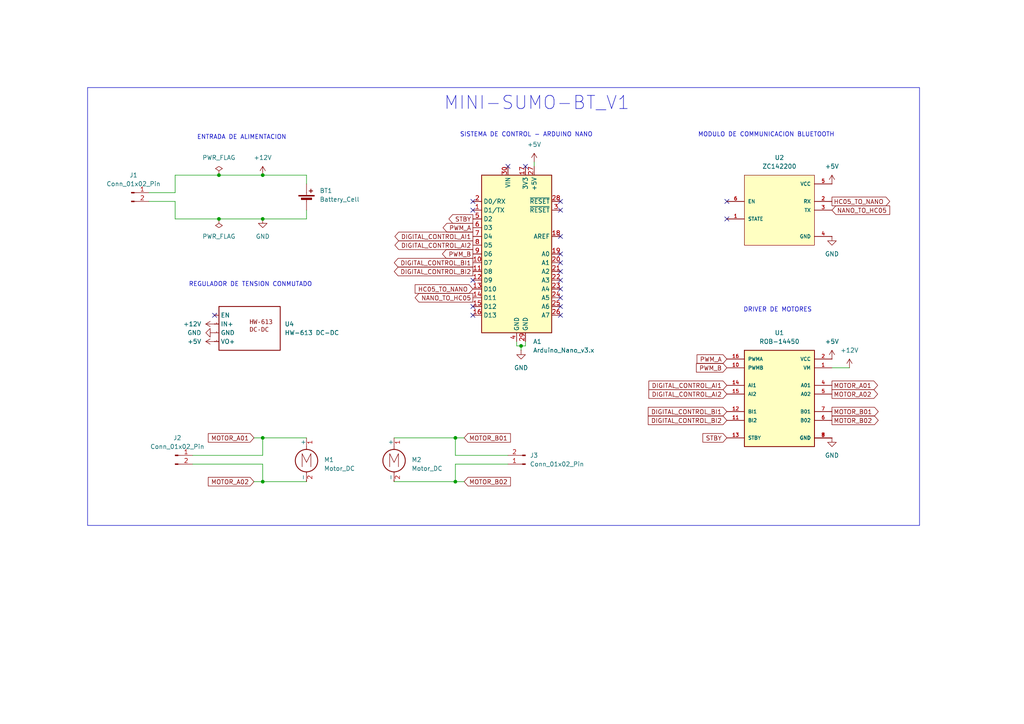
<source format=kicad_sch>
(kicad_sch (version 20231120) (generator "eeschema") (generator_version "8.0")
  (paper "A4")
  (title_block (title "Mini-Sumo") (date "2025-01-24") (rev "Misael Prada") (company "Misael Fernandez Prada") (comment 4 "ThMrCode"))
  (lib_symbols
    (symbol "Connector:Conn_01x02_Pin" (pin_names (offset 1.016) hide)
      (property "Reference" "J" (at 0 2.54 0))
      (property "Value" "Conn_01x02_Pin" (at 0 -5.08 0))
      (symbol "Conn_01x02_Pin_1_1"
        (polyline (pts (xy 1.27 -2.54) (xy 0.8636 -2.54)) (stroke (width 0.1524)))
        (polyline (pts (xy 1.27 0) (xy 0.8636 0)) (stroke (width 0.1524)))
        (rectangle (start 0.8636 -2.413) (end 0 -2.667) (stroke (width 0.1524)) (fill (type outline)))
        (rectangle (start 0.8636 0.127) (end 0 -0.127) (stroke (width 0.1524)) (fill (type outline)))
        (pin passive line (at 5.08 0 180) (length 3.81) (name "Pin_1") (number "1"))
        (pin passive line (at 5.08 -2.54 180) (length 3.81) (name "Pin_2") (number "2"))
      )
    )
    (symbol "Device:Battery_Cell" (pin_numbers hide) (pin_names (offset 0) hide)
      (property "Reference" "BT" (at 2.54 2.54 0))
      (property "Value" "Battery_Cell" (at 2.54 0 0))
      (symbol "Battery_Cell_0_1"
        (rectangle (start -2.286 1.778) (end 2.286 1.524) (fill (type outline)))
        (rectangle (start -1.524 1.016) (end 1.524 0.508) (fill (type outline)))
        (polyline (pts (xy 0 0.762) (xy 0 0)))
        (polyline (pts (xy 0 1.778) (xy 0 2.54)))
        (polyline (pts (xy 0.762 3.048) (xy 1.778 3.048)) (stroke (width 0.254)))
        (polyline (pts (xy 1.27 3.556) (xy 1.27 2.54)) (stroke (width 0.254)))
      )
      (symbol "Battery_Cell_1_1"
        (pin passive line (at 0 5.08 270) (length 2.54) (name "+") (number "1"))
        (pin passive line (at 0 -2.54 90) (length 2.54) (name "-") (number "2"))
      )
    )
    (symbol "HW-613 DC-DC_1"
      (property "Reference" "U?" (at 7.874 16.51 0))
      (property "Value" "HW-613 DC-DC" (at 7.366 14.224 0))
      (symbol "HW-613 DC-DC_1_0_0"
        (rectangle (start -1.27 12.7) (end 16.51 0) (stroke (width 0.254)))
        (text "HW-613\nDC-DC" (at 7.62 8.9408 0) (effects (font (size 1.3208 1.3208)) (justify left top)))
      )
      (symbol "HW-613 DC-DC_1_1_0"
        (pin passive line (at -2.54 10.16 0) (length 1.27) (name "EN") (number "1"))
        (pin power_in line (at -2.54 7.62 0) (length 1.27) (name "IN+") (number "2"))
        (pin power_in line (at -2.54 5.08 0) (length 1.27) (name "GND") (number "3"))
        (pin passive line (at -2.54 2.54 0) (length 1.27) (name "VO+") (number "4"))
      )
    )
    (symbol "MCU_Module:Arduino_Nano_v3.x"
      (property "Reference" "A" (at -10.16 23.495 0))
      (property "Value" "Arduino_Nano_v3.x" (at 5.08 -24.13 0))
      (symbol "Arduino_Nano_v3.x_0_1"
        (rectangle (start -10.16 22.86) (end 10.16 -22.86) (stroke (width 0.254)) (fill (type background)))
      )
      (symbol "Arduino_Nano_v3.x_1_1"
        (pin bidirectional line (at -12.7 12.7 0) (length 2.54) (name "D1/TX") (number "1"))
        (pin bidirectional line (at -12.7 -2.54 0) (length 2.54) (name "D7") (number "10"))
        (pin bidirectional line (at -12.7 -5.08 0) (length 2.54) (name "D8") (number "11"))
        (pin bidirectional line (at -12.7 -7.62 0) (length 2.54) (name "D9") (number "12"))
        (pin bidirectional line (at -12.7 -10.16 0) (length 2.54) (name "D10") (number "13"))
        (pin bidirectional line (at -12.7 -12.7 0) (length 2.54) (name "D11") (number "14"))
        (pin bidirectional line (at -12.7 -15.24 0) (length 2.54) (name "D12") (number "15"))
        (pin bidirectional line (at -12.7 -17.78 0) (length 2.54) (name "D13") (number "16"))
        (pin power_out line (at 2.54 25.4 270) (length 2.54) (name "3V3") (number "17"))
        (pin input line (at 12.7 5.08 180) (length 2.54) (name "AREF") (number "18"))
        (pin bidirectional line (at 12.7 0 180) (length 2.54) (name "A0") (number "19"))
        (pin bidirectional line (at -12.7 15.24 0) (length 2.54) (name "D0/RX") (number "2"))
        (pin bidirectional line (at 12.7 -2.54 180) (length 2.54) (name "A1") (number "20"))
        (pin bidirectional line (at 12.7 -5.08 180) (length 2.54) (name "A2") (number "21"))
        (pin bidirectional line (at 12.7 -7.62 180) (length 2.54) (name "A3") (number "22"))
        (pin bidirectional line (at 12.7 -10.16 180) (length 2.54) (name "A4") (number "23"))
        (pin bidirectional line (at 12.7 -12.7 180) (length 2.54) (name "A5") (number "24"))
        (pin bidirectional line (at 12.7 -15.24 180) (length 2.54) (name "A6") (number "25"))
        (pin bidirectional line (at 12.7 -17.78 180) (length 2.54) (name "A7") (number "26"))
        (pin power_out line (at 5.08 25.4 270) (length 2.54) (name "+5V") (number "27"))
        (pin input line (at 12.7 15.24 180) (length 2.54) (name "~{RESET}") (number "28"))
        (pin power_in line (at 2.54 -25.4 90) (length 2.54) (name "GND") (number "29"))
        (pin input line (at 12.7 12.7 180) (length 2.54) (name "~{RESET}") (number "3"))
        (pin power_in line (at -2.54 25.4 270) (length 2.54) (name "VIN") (number "30"))
        (pin power_in line (at 0 -25.4 90) (length 2.54) (name "GND") (number "4"))
        (pin bidirectional line (at -12.7 10.16 0) (length 2.54) (name "D2") (number "5"))
        (pin bidirectional line (at -12.7 7.62 0) (length 2.54) (name "D3") (number "6"))
        (pin bidirectional line (at -12.7 5.08 0) (length 2.54) (name "D4") (number "7"))
        (pin bidirectional line (at -12.7 2.54 0) (length 2.54) (name "D5") (number "8"))
        (pin bidirectional line (at -12.7 0 0) (length 2.54) (name "D6") (number "9"))
      )
    )
    (symbol "Mini-Sumo:ROB-14450" (pin_names (offset 1.016))
      (property "Reference" "U" (at -10.16 16.002 0))
      (property "Value" "ROB-14450" (at -10.16 -15.24 0))
      (symbol "ROB-14450_0_0"
        (rectangle (start -10.16 -12.7) (end 10.16 15.24) (stroke (width 0.254)) (fill (type background)))
        (pin power_in line (at 15.24 10.16 180) (length 5.08) (name "VM") (number "1"))
        (pin input line (at -15.24 10.16 0) (length 5.08) (name "PWMB") (number "10"))
        (pin input line (at -15.24 -5.08 0) (length 5.08) (name "BI2") (number "11"))
        (pin input line (at -15.24 -2.54 0) (length 5.08) (name "BI1") (number "12"))
        (pin input line (at -15.24 -10.16 0) (length 5.08) (name "STBY") (number "13"))
        (pin input line (at -15.24 5.08 0) (length 5.08) (name "AI1") (number "14"))
        (pin input line (at -15.24 2.54 0) (length 5.08) (name "AI2") (number "15"))
        (pin input line (at -15.24 12.7 0) (length 5.08) (name "PWMA") (number "16"))
        (pin power_in line (at 15.24 12.7 180) (length 5.08) (name "VCC") (number "2"))
        (pin power_in line (at 15.24 -10.16 180) (length 5.08) (name "GND") (number "3"))
        (pin output line (at 15.24 5.08 180) (length 5.08) (name "A01") (number "4"))
        (pin output line (at 15.24 2.54 180) (length 5.08) (name "A02") (number "5"))
        (pin output line (at 15.24 -5.08 180) (length 5.08) (name "B02") (number "6"))
        (pin output line (at 15.24 -2.54 180) (length 5.08) (name "B01") (number "7"))
        (pin power_in line (at 15.24 -10.16 180) (length 5.08) (name "GND") (number "8"))
        (pin power_in line (at 15.24 -10.16 180) (length 5.08) (name "GND") (number "9"))
      )
    )
    (symbol "Mini-Sumo:ZC142200" (pin_names (offset 1.016))
      (property "Reference" "U" (at -10.16 10.922 0))
      (property "Value" "ZC142200" (at -10.16 -12.7 0))
      (symbol "ZC142200_0_0"
        (rectangle (start -10.16 -10.16) (end 10.16 10.16) (stroke (width 0.1524)) (fill (type background)))
        (pin input line (at -15.24 -2.54 0) (length 5.08) (name "STATE") (number "1"))
        (pin input line (at 15.24 2.54 180) (length 5.08) (name "RX") (number "2"))
        (pin output line (at 15.24 0 180) (length 5.08) (name "TX") (number "3"))
        (pin power_in line (at 15.24 -7.62 180) (length 5.08) (name "GND") (number "4"))
        (pin power_in line (at 15.24 7.62 180) (length 5.08) (name "VCC") (number "5"))
        (pin input line (at -15.24 2.54 0) (length 5.08) (name "EN") (number "6"))
      )
    )
    (symbol "Motor:Motor_DC" (pin_names (offset 0))
      (property "Reference" "M" (at 2.54 2.54 0))
      (property "Value" "Motor_DC" (at 2.54 -5.08 0))
      (symbol "Motor_DC_0_0"
        (polyline (pts (xy -1.27 -3.302) (xy -1.27 0.508) (xy 0 -2.032) (xy 1.27 0.508) (xy 1.27 -3.302)))
      )
      (symbol "Motor_DC_0_1"
        (circle (center 0 -1.524) (radius 3.2512) (stroke (width 0.254)))
        (polyline (pts (xy 0 -7.62) (xy 0 -7.112)))
        (polyline (pts (xy 0 -4.7752) (xy 0 -5.1816)))
        (polyline (pts (xy 0 1.7272) (xy 0 2.0828)))
        (polyline (pts (xy 0 2.032) (xy 0 2.54)))
      )
      (symbol "Motor_DC_1_1"
        (pin passive line (at 0 5.08 270) (length 2.54) (name "+") (number "1"))
        (pin passive line (at 0 -7.62 90) (length 2.54) (name "-") (number "2"))
      )
    )
    (symbol "power:+12V" (power) (pin_numbers hide) (pin_names (offset 0) hide)
      (property "Value" "+12V" (at 0 3.556 0))
      (symbol "+12V_0_1"
        (polyline (pts (xy -0.762 1.27) (xy 0 2.54)))
        (polyline (pts (xy 0 0) (xy 0 2.54)))
        (polyline (pts (xy 0 2.54) (xy 0.762 1.27)))
      )
      (symbol "+12V_1_1"
        (pin power_in line (at 0 0 90) (length 0) (name "~") (number "1"))
      )
    )
    (symbol "power:+5V" (power) (pin_numbers hide) (pin_names (offset 0) hide)
      (property "Value" "+5V" (at 0 3.556 0))
      (symbol "+5V_0_1"
        (polyline (pts (xy -0.762 1.27) (xy 0 2.54)))
        (polyline (pts (xy 0 0) (xy 0 2.54)))
        (polyline (pts (xy 0 2.54) (xy 0.762 1.27)))
      )
      (symbol "+5V_1_1"
        (pin power_in line (at 0 0 90) (length 0) (name "~") (number "1"))
      )
    )
    (symbol "power:GND" (power) (pin_numbers hide) (pin_names (offset 0) hide)
      (property "Value" "GND" (at 0 -3.81 0))
      (symbol "GND_0_1"
        (polyline (pts (xy 0 0) (xy 0 -1.27) (xy 1.27 -1.27) (xy 0 -2.54) (xy -1.27 -1.27) (xy 0 -1.27)))
      )
      (symbol "GND_1_1"
        (pin power_in line (at 0 0 270) (length 0) (name "~") (number "1"))
      )
    )
    (symbol "power:PWR_FLAG" (power) (pin_numbers hide) (pin_names (offset 0) hide)
      (property "Value" "PWR_FLAG" (at 0 3.81 0))
      (symbol "PWR_FLAG_0_0"
        (pin power_out line (at 0 0 90) (length 0) (name "~") (number "1"))
      )
      (symbol "PWR_FLAG_0_1"
        (polyline (pts (xy 0 0) (xy 0 1.27) (xy -1.016 1.905) (xy 0 2.54) (xy 1.016 1.905) (xy 0 1.27)))
      )
    )
  )
  (junction (at 76.2 63.5))
  (junction (at 132.08 139.7))
  (junction (at 76.2 139.7))
  (junction (at 76.2 50.8))
  (junction (at 76.2 127))
  (junction (at 63.5 63.5))
  (junction (at 63.5 50.8))
  (junction (at 151.13 100.33))
  (junction (at 132.08 127))
  (no_connect (at 162.56 78.74))
  (no_connect (at 137.16 58.42))
  (no_connect (at 210.82 58.42))
  (no_connect (at 162.56 91.44))
  (no_connect (at 137.16 60.96))
  (no_connect (at 210.82 63.5))
  (no_connect (at 147.32 48.26))
  (no_connect (at 162.56 86.36))
  (no_connect (at 162.56 88.9))
  (no_connect (at 162.56 58.42))
  (no_connect (at 137.16 81.28))
  (no_connect (at 137.16 88.9))
  (no_connect (at 137.16 91.44))
  (no_connect (at 162.56 68.58))
  (no_connect (at 162.56 76.2))
  (no_connect (at 162.56 81.28))
  (no_connect (at 162.56 73.66))
  (no_connect (at 152.4 48.26))
  (no_connect (at 162.56 83.82))
  (no_connect (at 162.56 60.96))
  (no_connect (at 62.23 91.44))
  (wire (pts (xy 63.5 50.8) (xy 76.2 50.8)))
  (wire (pts (xy 88.9 53.34) (xy 88.9 50.8)))
  (wire (pts (xy 73.66 139.7) (xy 76.2 139.7)))
  (wire (pts (xy 55.88 132.08) (xy 76.2 132.08)))
  (wire (pts (xy 88.9 50.8) (xy 76.2 50.8)))
  (wire (pts (xy 152.4 100.33) (xy 152.4 99.06)))
  (wire (pts (xy 114.3 127) (xy 132.08 127)))
  (wire (pts (xy 73.66 127) (xy 76.2 127)))
  (wire (pts (xy 50.8 50.8) (xy 63.5 50.8)))
  (wire (pts (xy 50.8 63.5) (xy 63.5 63.5)))
  (wire (pts (xy 76.2 127) (xy 88.9 127)))
  (wire (pts (xy 63.5 63.5) (xy 76.2 63.5)))
  (wire (pts (xy 76.2 139.7) (xy 88.9 139.7)))
  (wire (pts (xy 43.18 55.88) (xy 50.8 55.88)))
  (wire (pts (xy 132.08 127) (xy 134.62 127)))
  (wire (pts (xy 147.32 132.08) (xy 132.08 132.08)))
  (wire (pts (xy 241.3 106.68) (xy 246.38 106.68)))
  (wire (pts (xy 149.86 100.33) (xy 149.86 99.06)))
  (wire (pts (xy 88.9 63.5) (xy 88.9 60.96)))
  (wire (pts (xy 76.2 127) (xy 76.2 132.08)))
  (wire (pts (xy 76.2 63.5) (xy 88.9 63.5)))
  (wire (pts (xy 151.13 101.6) (xy 151.13 100.33)))
  (wire (pts (xy 114.3 139.7) (xy 132.08 139.7)))
  (wire (pts (xy 132.08 139.7) (xy 134.62 139.7)))
  (wire (pts (xy 43.18 58.42) (xy 50.8 58.42)))
  (wire (pts (xy 55.88 134.62) (xy 76.2 134.62)))
  (wire (pts (xy 76.2 134.62) (xy 76.2 139.7)))
  (wire (pts (xy 50.8 58.42) (xy 50.8 63.5)))
  (wire (pts (xy 151.13 100.33) (xy 152.4 100.33)))
  (wire (pts (xy 132.08 134.62) (xy 132.08 139.7)))
  (wire (pts (xy 149.86 100.33) (xy 151.13 100.33)))
  (wire (pts (xy 154.94 46.99) (xy 154.94 48.26)))
  (wire (pts (xy 132.08 132.08) (xy 132.08 127)))
  (wire (pts (xy 147.32 134.62) (xy 132.08 134.62)))
  (wire (pts (xy 50.8 55.88) (xy 50.8 50.8)))
  (rectangle (start 25.4 25.4) (end 266.7 152.4))
  (text "MODULO DE COMMUNICACION BLUETOOTH" (at 222.25 39.116 0) (effects (font (size 1.27 1.27))))
  (text "DRIVER DE MOTORES" (at 225.552 89.916 0) (effects (font (size 1.27 1.27))))
  (text "MINI-SUMO-BT_V1" (at 155.702 29.972 0) (effects (font (size 3.81 3.81))))
  (text "REGULADOR DE TENSION CONMUTADO" (at 72.644 82.55 0) (effects (font (size 1.27 1.27))))
  (text "SISTEMA DE CONTROL - ARDUINO NANO" (at 152.654 39.116 0) (effects (font (size 1.27 1.27))))
  (text "ENTRADA DE ALIMENTACION" (at 70.104 39.878 0) (effects (font (size 1.27 1.27))))
  (global_label "DIGITAL_CONTROL_BI1" (shape output) (at 137.16 76.2 180) (property "Intersheetrefs" "${INTERSHEET_REFS}" (effects (hide yes))))
  (global_label "MOTOR_A01" (shape input) (at 73.66 127 180) (property "Intersheetrefs" "${INTERSHEET_REFS}" (effects (hide yes))))
  (global_label "MOTOR_B01" (shape input) (at 134.62 127 0) (property "Intersheetrefs" "${INTERSHEET_REFS}" (effects (hide yes))))
  (global_label "PWM_A" (shape input) (at 210.82 104.14 180) (property "Intersheetrefs" "${INTERSHEET_REFS}" (effects (hide yes))))
  (global_label "STBY" (shape input) (at 210.82 127 180) (property "Intersheetrefs" "${INTERSHEET_REFS}" (effects (hide yes))))
  (global_label "MOTOR_B01" (shape output) (at 241.3 119.38 0) (property "Intersheetrefs" "${INTERSHEET_REFS}" (effects (hide yes))))
  (global_label "DIGITAL_CONTROL_BI1" (shape input) (at 210.82 119.38 180) (property "Intersheetrefs" "${INTERSHEET_REFS}" (effects (hide yes))))
  (global_label "MOTOR_B02" (shape input) (at 134.62 139.7 0) (property "Intersheetrefs" "${INTERSHEET_REFS}" (effects (hide yes))))
  (global_label "MOTOR_B02" (shape output) (at 241.3 121.92 0) (property "Intersheetrefs" "${INTERSHEET_REFS}" (effects (hide yes))))
  (global_label "MOTOR_A02" (shape input) (at 73.66 139.7 180) (property "Intersheetrefs" "${INTERSHEET_REFS}" (effects (hide yes))))
  (global_label "PWM_B" (shape input) (at 210.82 106.68 180) (property "Intersheetrefs" "${INTERSHEET_REFS}" (effects (hide yes))))
  (global_label "NANO_TO_HC05" (shape input) (at 241.3 60.96 0) (property "Intersheetrefs" "${INTERSHEET_REFS}" (effects (hide yes))))
  (global_label "MOTOR_A01" (shape output) (at 241.3 111.76 0) (property "Intersheetrefs" "${INTERSHEET_REFS}" (effects (hide yes))))
  (global_label "MOTOR_A02" (shape output) (at 241.3 114.3 0) (property "Intersheetrefs" "${INTERSHEET_REFS}" (effects (hide yes))))
  (global_label "HC05_TO_NANO" (shape output) (at 241.3 58.42 0) (property "Intersheetrefs" "${INTERSHEET_REFS}" (effects (hide yes))))
  (global_label "DIGITAL_CONTROL_AI1" (shape output) (at 137.16 68.58 180) (property "Intersheetrefs" "${INTERSHEET_REFS}" (effects (hide yes))))
  (global_label "HC05_TO_NANO" (shape input) (at 137.16 83.82 180) (property "Intersheetrefs" "${INTERSHEET_REFS}" (effects (hide yes))))
  (global_label "STBY" (shape output) (at 137.16 63.5 180) (property "Intersheetrefs" "${INTERSHEET_REFS}" (effects (hide yes))))
  (global_label "DIGITAL_CONTROL_AI2" (shape output) (at 137.16 71.12 180) (property "Intersheetrefs" "${INTERSHEET_REFS}" (effects (hide yes))))
  (global_label "PWM_A" (shape output) (at 137.16 66.04 180) (property "Intersheetrefs" "${INTERSHEET_REFS}" (effects (hide yes))))
  (global_label "DIGITAL_CONTROL_AI1" (shape input) (at 210.82 111.76 180) (property "Intersheetrefs" "${INTERSHEET_REFS}" (effects (hide yes))))
  (global_label "NANO_TO_HC05" (shape output) (at 137.16 86.36 180) (property "Intersheetrefs" "${INTERSHEET_REFS}" (effects (hide yes))))
  (global_label "DIGITAL_CONTROL_AI2" (shape input) (at 210.82 114.3 180) (property "Intersheetrefs" "${INTERSHEET_REFS}" (effects (hide yes))))
  (global_label "DIGITAL_CONTROL_BI2" (shape output) (at 137.16 78.74 180) (property "Intersheetrefs" "${INTERSHEET_REFS}" (effects (hide yes))))
  (global_label "PWM_B" (shape output) (at 137.16 73.66 180) (property "Intersheetrefs" "${INTERSHEET_REFS}" (effects (hide yes))))
  (global_label "DIGITAL_CONTROL_BI2" (shape input) (at 210.82 121.92 180) (property "Intersheetrefs" "${INTERSHEET_REFS}" (effects (hide yes))))
  (symbol (lib_id "Connector:Conn_01x02_Pin") (at 152.4 134.62 180) (unit 1)
    (property "Reference" "J3" (at 153.67 132.0799 0) (effects (justify right)))
    (property "Value" "Conn_01x02_Pin" (at 153.67 134.6199 0) (effects (justify right)))
    (property "Footprint" "Connector_JST:JST_XH_B2B-XH-A_1x02_P2.50mm_Vertical" (effects (hide yes)))
    (property "Description" "Generic connector, single row, 01x02, script generated" (effects (hide yes)))
  )
  (symbol (lib_id "power:GND") (at 62.23 96.52 270) (unit 1)
    (property "Reference" "#PWR010" (effects (hide yes)))
    (property "Value" "GND" (at 58.42 96.5199 90) (effects (justify right)))
    (property "Description" "Power symbol creates a global label with name \"GND\" , ground" (effects (hide yes)))
  )
  (symbol (lib_name "HW-613 DC-DC_1") (lib_id "Mini-Sumo:HW-613 DC-DC") (at 64.77 101.6 0) (unit 1)
    (property "Reference" "U4" (at 82.55 93.9799 0) (effects (justify left)))
    (property "Value" "HW-613 DC-DC" (at 82.55 96.5199 0) (effects (justify left)))
    (property "Footprint" "Mini-Sumo:HW-613 DC-DC MODULE" (effects (hide yes)))
  )
  (symbol (lib_id "power:PWR_FLAG") (at 63.5 63.5 180) (unit 1)
    (property "Reference" "#FLG02" (effects (hide yes)))
    (property "Value" "PWR_FLAG" (at 63.5 68.58 0))
    (property "Description" "Special symbol for telling ERC where power comes from" (effects (hide yes)))
  )
  (symbol (lib_id "power:+12V") (at 246.38 106.68 0) (unit 1)
    (property "Reference" "#PWR05" (effects (hide yes)))
    (property "Value" "+12V" (at 246.38 101.6 0))
    (property "Description" "Power symbol creates a global label with name \"+12V\"" (effects (hide yes)))
  )
  (symbol (lib_id "Connector:Conn_01x02_Pin") (at 50.8 132.08 0) (unit 1)
    (property "Reference" "J2" (at 51.435 127 0))
    (property "Value" "Conn_01x02_Pin" (at 51.435 129.54 0))
    (property "Footprint" "Connector_JST:JST_XH_B2B-XH-A_1x02_P2.50mm_Vertical" (effects (hide yes)))
    (property "Description" "Generic connector, single row, 01x02, script generated" (effects (hide yes)))
  )
  (symbol (lib_id "Motor:Motor_DC") (at 114.3 132.08 0) (unit 1) (on_board no)
    (property "Reference" "M2" (at 119.38 133.3499 0) (effects (justify left)))
    (property "Value" "Motor_DC" (at 119.38 135.8899 0) (effects (justify left)))
    (property "Description" "DC Motor" (effects (hide yes)))
  )
  (symbol (lib_id "MCU_Module:Arduino_Nano_v3.x") (at 149.86 73.66 0) (unit 1)
    (property "Reference" "A1" (at 154.5941 99.06 0) (effects (justify left)))
    (property "Value" "Arduino_Nano_v3.x" (at 154.5941 101.6 0) (effects (justify left)))
    (property "Footprint" "Module:Arduino_Nano" (effects (hide yes)))
    (property "Datasheet" "http://www.mouser.com/pdfdocs/Gravitech_Arduino_Nano3_0.pdf" (effects (hide yes)))
    (property "Description" "Arduino Nano v3.x" (effects (hide yes)))
  )
  (symbol (lib_id "power:+5V") (at 241.3 104.14 0) (unit 1)
    (property "Reference" "#PWR04" (effects (hide yes)))
    (property "Value" "+5V" (at 241.3 99.06 0))
    (property "Description" "Power symbol creates a global label with name \"+5V\"" (effects (hide yes)))
  )
  (symbol (lib_id "Mini-Sumo:ZC142200") (at 226.06 60.96 0) (unit 1)
    (property "Reference" "U2" (at 226.06 45.72 0))
    (property "Value" "ZC142200" (at 226.06 48.26 0))
    (property "Footprint" "Mini-Sumo:MODULE_ZC142200" (effects (hide yes)))
    (property "MF" "YKS" (effects (hide yes)))
    (property "MAXIMUM_PACKAGE_HEIGHT" "37.5mm" (effects (hide yes)))
    (property "Package" "None" (effects (hide yes)))
    (property "Price" "None" (effects (hide yes)))
    (property "Check_prices" "https://www.snapeda.com/parts/ZC142200/YKS/view-part/?ref=eda" (effects (hide yes)))
    (property "STANDARD" "Manufacturer Recommendations" (effects (hide yes)))
    (property "PARTREV" "N/A" (effects (hide yes)))
    (property "SnapEDA_Link" "https://www.snapeda.com/parts/ZC142200/YKS/view-part/?ref=snap" (effects (hide yes)))
    (property "MP" "ZC142200" (effects (hide yes)))
    (property "Description_1" "\n                        \n                            1pc HC-05 6 Pin Wireless Bluetooth RF Transceiver Module Serial For Arduino\n                        \n" (effects (hide yes)))
    (property "Availability" "Not in stock" (effects (hide yes)))
    (property "MANUFACTURER" "YKS" (effects (hide yes)))
  )
  (symbol (lib_id "power:GND") (at 241.3 68.58 0) (unit 1)
    (property "Reference" "#PWR06" (effects (hide yes)))
    (property "Value" "GND" (at 241.3 73.66 0))
    (property "Description" "Power symbol creates a global label with name \"GND\" , ground" (effects (hide yes)))
  )
  (symbol (lib_id "power:+5V") (at 154.94 46.99 0) (unit 1)
    (property "Reference" "#PWR03" (effects (hide yes)))
    (property "Value" "+5V" (at 154.94 41.91 0))
    (property "Description" "Power symbol creates a global label with name \"+5V\"" (effects (hide yes)))
  )
  (symbol (lib_id "power:GND") (at 241.3 127 0) (unit 1)
    (property "Reference" "#PWR02" (effects (hide yes)))
    (property "Value" "GND" (at 241.3 132.08 0))
    (property "Description" "Power symbol creates a global label with name \"GND\" , ground" (effects (hide yes)))
  )
  (symbol (lib_id "power:+12V") (at 62.23 93.98 90) (unit 1)
    (property "Reference" "#PWR012" (effects (hide yes)))
    (property "Value" "+12V" (at 58.42 93.9799 90) (effects (justify left)))
    (property "Description" "Power symbol creates a global label with name \"+12V\"" (effects (hide yes)))
  )
  (symbol (lib_id "power:GND") (at 151.13 101.6 0) (unit 1)
    (property "Reference" "#PWR01" (effects (hide yes)))
    (property "Value" "GND" (at 151.13 106.68 0))
    (property "Description" "Power symbol creates a global label with name \"GND\" , ground" (effects (hide yes)))
  )
  (symbol (lib_id "power:+5V") (at 62.23 99.06 90) (unit 1)
    (property "Reference" "#PWR011" (effects (hide yes)))
    (property "Value" "+5V" (at 58.42 99.0599 90) (effects (justify left)))
    (property "Description" "Power symbol creates a global label with name \"+5V\"" (effects (hide yes)))
  )
  (symbol (lib_id "Connector:Conn_01x02_Pin") (at 38.1 55.88 0) (unit 1)
    (property "Reference" "J1" (at 38.735 50.8 0))
    (property "Value" "Conn_01x02_Pin" (at 38.735 53.34 0))
    (property "Footprint" "Connector_JST:JST_XH_B2B-XH-A_1x02_P2.50mm_Vertical" (effects (hide yes)))
    (property "Description" "Generic connector, single row, 01x02, script generated" (effects (hide yes)))
  )
  (symbol (lib_id "power:GND") (at 76.2 63.5 0) (unit 1)
    (property "Reference" "#PWR09" (effects (hide yes)))
    (property "Value" "GND" (at 76.2 68.58 0))
    (property "Description" "Power symbol creates a global label with name \"GND\" , ground" (effects (hide yes)))
  )
  (symbol (lib_id "power:PWR_FLAG") (at 63.5 50.8 0) (unit 1)
    (property "Reference" "#FLG01" (effects (hide yes)))
    (property "Value" "PWR_FLAG" (at 63.5 45.72 0))
    (property "Description" "Special symbol for telling ERC where power comes from" (effects (hide yes)))
  )
  (symbol (lib_id "power:+12V") (at 76.2 50.8 0) (unit 1)
    (property "Reference" "#PWR08" (effects (hide yes)))
    (property "Value" "+12V" (at 76.2 45.72 0))
    (property "Description" "Power symbol creates a global label with name \"+12V\"" (effects (hide yes)))
  )
  (symbol (lib_id "Motor:Motor_DC") (at 88.9 132.08 0) (unit 1) (on_board no)
    (property "Reference" "M1" (at 93.98 133.3499 0) (effects (justify left)))
    (property "Value" "Motor_DC" (at 93.98 135.8899 0) (effects (justify left)))
    (property "Description" "DC Motor" (effects (hide yes)))
  )
  (symbol (lib_id "Device:Battery_Cell") (at 88.9 58.42 0) (unit 1) (on_board no)
    (property "Reference" "BT1" (at 92.71 55.3084 0) (effects (justify left)))
    (property "Value" "Battery_Cell" (at 92.71 57.8484 0) (effects (justify left)))
    (property "Description" "Single-cell battery" (effects (hide yes)))
  )
  (symbol (lib_id "power:+5V") (at 241.3 53.34 0) (unit 1)
    (property "Reference" "#PWR07" (effects (hide yes)))
    (property "Value" "+5V" (at 241.3 48.26 0))
    (property "Description" "Power symbol creates a global label with name \"+5V\"" (effects (hide yes)))
  )
  (symbol (lib_id "Mini-Sumo:ROB-14450") (at 226.06 116.84 0) (unit 1)
    (property "Reference" "U1" (at 226.06 96.52 0))
    (property "Value" "ROB-14450" (at 226.06 99.06 0))
    (property "Footprint" "Mini-Sumo:MODULE_ROB-14450" (effects (hide yes)))
    (property "MF" "SparkFun Electronics" (effects (hide yes)))
    (property "Description_1" "\n                        \n                            TB6612FNG - Motor Controller/Driver Power Management Evaluation Board\n                        \n" (effects (hide yes)))
    (property "Package" "None" (effects (hide yes)))
    (property "Price" "None" (effects (hide yes)))
    (property "Check_prices" "https://www.snapeda.com/parts/ROB-14450/SparkFun/view-part/?ref=eda" (effects (hide yes)))
    (property "STANDARD" "Manufacturer Recommendation" (effects (hide yes)))
    (property "PARTREV" "11-13-17" (effects (hide yes)))
    (property "SnapEDA_Link" "https://www.snapeda.com/parts/ROB-14450/SparkFun/view-part/?ref=snap" (effects (hide yes)))
    (property "MP" "ROB-14450" (effects (hide yes)))
    (property "Availability" "In Stock" (effects (hide yes)))
    (property "MANUFACTURER" "Sparkfun Electronics" (effects (hide yes)))
  )
)
</source>
